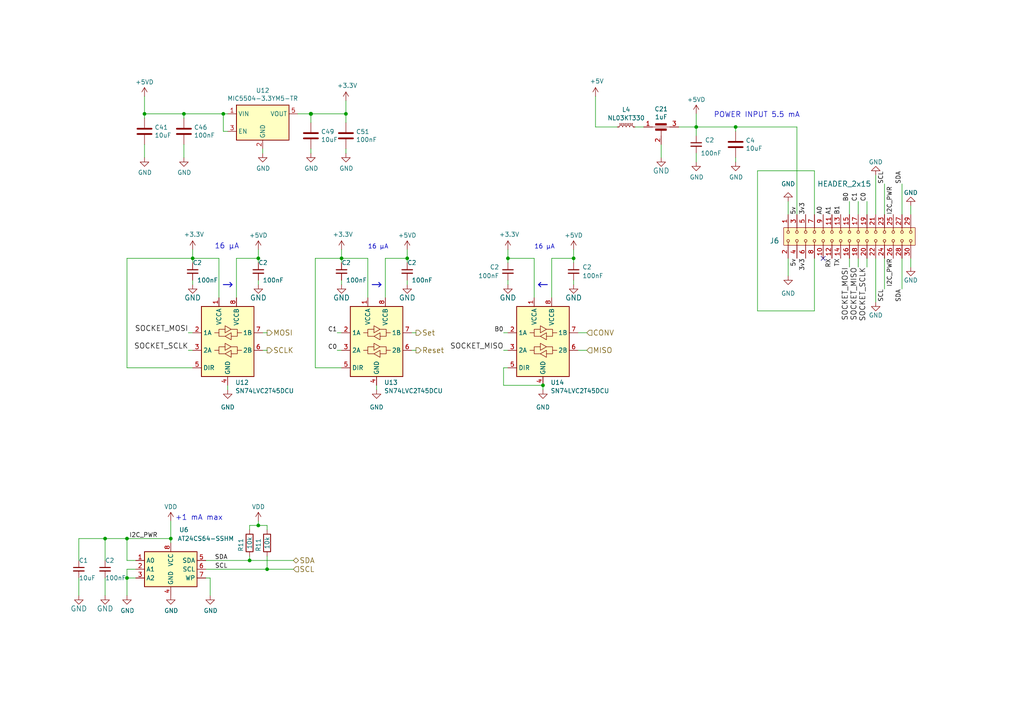
<source format=kicad_sch>
(kicad_sch (version 20230121) (generator eeschema)
  (paper "A4")
  (title_block (title "USTSIPIN03A") (date "2023-10-23") (company "Jakub Kákona <info@ust.cz>") (comment 2 "Semiconductor\\nionizing radiation detector"))
  (lib_symbols
    (symbol "Device:C" (pin_numbers hide) (pin_names (offset 0.254))
      (property "Reference" "C" (at 0.635 2.54 0))
      (property "Value" "C" (at 0.635 -2.54 0))
      (symbol "C_0_1"
        (polyline (pts (xy -2.032 -0.762) (xy 2.032 -0.762)) (stroke (width 0.508)))
        (polyline (pts (xy -2.032 0.762) (xy 2.032 0.762)) (stroke (width 0.508)))
      )
      (symbol "C_1_1"
        (pin passive line (at 0 3.81 270) (length 2.794) (name "~") (number "1"))
        (pin passive line (at 0 -3.81 90) (length 2.794) (name "~") (number "2"))
      )
    )
    (symbol "Device:C_Small" (pin_numbers hide) (pin_names (offset 0.254) hide)
      (property "Reference" "C" (at 0.254 1.778 0))
      (property "Value" "C_Small" (at 0.254 -2.032 0))
      (symbol "C_Small_0_1"
        (polyline (pts (xy -1.524 -0.508) (xy 1.524 -0.508)) (stroke (width 0.3302)))
        (polyline (pts (xy -1.524 0.508) (xy 1.524 0.508)) (stroke (width 0.3048)))
      )
      (symbol "C_Small_1_1"
        (pin passive line (at 0 2.54 270) (length 2.032) (name "~") (number "1"))
        (pin passive line (at 0 -2.54 90) (length 2.032) (name "~") (number "2"))
      )
    )
    (symbol "Device:Filter_EMI_C" (pin_names (offset 0.254) hide)
      (property "Reference" "C" (at 0 7.62 0))
      (property "Value" "Filter_EMI_C" (at 0 5.715 0))
      (symbol "Filter_EMI_C_0_1"
        (rectangle (start -1.651 1.524) (end 1.524 2.032) (fill (type outline)))
        (polyline (pts (xy -2.54 2.54) (xy 2.54 2.54)))
        (polyline (pts (xy 0 0) (xy 0 1.778)))
        (rectangle (start 1.524 3.048) (end -1.651 3.556) (fill (type outline)))
      )
      (symbol "Filter_EMI_C_1_1"
        (pin passive line (at -5.08 2.54 0) (length 2.54) (name "1") (number "1"))
        (pin passive line (at 0 -2.54 90) (length 2.54) (name "2") (number "2"))
        (pin passive line (at 5.08 2.54 180) (length 2.54) (name "3") (number "3"))
      )
    )
    (symbol "Device:L_Ferrite_Small" (pin_numbers hide) (pin_names (offset 0.254) hide)
      (property "Reference" "L" (at 1.27 1.016 0))
      (property "Value" "L_Ferrite_Small" (at 1.27 -1.27 0))
      (symbol "L_Ferrite_Small_0_1"
        (arc (start 0 -2.032) (mid 0.5058 -1.524) (end 0 -1.016))
        (arc (start 0 -1.016) (mid 0.5058 -0.508) (end 0 0))
        (polyline (pts (xy 0.762 -1.905) (xy 0.762 -1.651)))
        (polyline (pts (xy 0.762 -1.397) (xy 0.762 -1.143)))
        (polyline (pts (xy 0.762 -0.889) (xy 0.762 -0.635)))
        (polyline (pts (xy 0.762 -0.381) (xy 0.762 -0.127)))
        (polyline (pts (xy 0.762 0.127) (xy 0.762 0.381)))
        (polyline (pts (xy 0.762 0.635) (xy 0.762 0.889)))
        (polyline (pts (xy 0.762 1.143) (xy 0.762 1.397)))
        (polyline (pts (xy 0.762 1.651) (xy 0.762 1.905)))
        (polyline (pts (xy 1.016 -1.651) (xy 1.016 -1.905)))
        (polyline (pts (xy 1.016 -1.143) (xy 1.016 -1.397)))
        (polyline (pts (xy 1.016 -0.635) (xy 1.016 -0.889)))
        (polyline (pts (xy 1.016 -0.127) (xy 1.016 -0.381)))
        (polyline (pts (xy 1.016 0.381) (xy 1.016 0.127)))
        (polyline (pts (xy 1.016 0.889) (xy 1.016 0.635)))
        (polyline (pts (xy 1.016 1.397) (xy 1.016 1.143)))
        (polyline (pts (xy 1.016 1.905) (xy 1.016 1.651)))
        (arc (start 0 0) (mid 0.5058 0.508) (end 0 1.016))
        (arc (start 0 1.016) (mid 0.5058 1.524) (end 0 2.032))
      )
      (symbol "L_Ferrite_Small_1_1"
        (pin passive line (at 0 2.54 270) (length 0.508) (name "~") (number "1"))
        (pin passive line (at 0 -2.54 90) (length 0.508) (name "~") (number "2"))
      )
    )
    (symbol "Device:R" (pin_numbers hide) (pin_names (offset 0))
      (property "Reference" "R" (at 2.032 0 90))
      (property "Value" "R" (at 0 0 90))
      (symbol "R_0_1"
        (rectangle (start -1.016 -2.54) (end 1.016 2.54) (stroke (width 0.254)))
      )
      (symbol "R_1_1"
        (pin passive line (at 0 3.81 270) (length 1.27) (name "~") (number "1"))
        (pin passive line (at 0 -3.81 90) (length 1.27) (name "~") (number "2"))
      )
    )
    (symbol "Logic_LevelTranslator:74LVC2T45DC"
      (property "Reference" "U" (at 6.35 -11.43 0))
      (property "Value" "74LVC2T45DC" (at 10.16 11.43 0))
      (symbol "74LVC2T45DC_1_1"
        (rectangle (start -7.62 10.16) (end 7.62 -10.16) (stroke (width 0.254)) (fill (type background)))
        (polyline (pts (xy -2.54 -2.54) (xy -2.54 -1.524) (xy -0.762 -1.524)))
        (polyline (pts (xy -2.54 2.54) (xy -2.54 3.556) (xy -0.762 3.556)))
        (polyline (pts (xy 2.794 -2.54) (xy 2.794 -3.556) (xy 1.016 -3.556)))
        (polyline (pts (xy 2.794 2.54) (xy 2.794 1.524) (xy 1.016 1.524)))
        (polyline (pts (xy -0.762 -3.556) (xy -2.54 -3.556) (xy -2.54 -2.54) (xy -3.81 -2.54)))
        (polyline (pts (xy -0.762 -2.54) (xy -0.762 -0.508) (xy 1.016 -1.524) (xy -0.762 -2.54)))
        (polyline (pts (xy -0.762 1.524) (xy -2.54 1.524) (xy -2.54 2.54) (xy -3.81 2.54)))
        (polyline (pts (xy -0.762 2.54) (xy -0.762 4.572) (xy 1.016 3.556) (xy -0.762 2.54)))
        (polyline (pts (xy 1.016 -1.524) (xy 2.794 -1.524) (xy 2.794 -2.54) (xy 4.064 -2.54)))
        (polyline (pts (xy 1.016 3.556) (xy 2.794 3.556) (xy 2.794 2.54) (xy 4.064 2.54)))
        (polyline (pts (xy 1.016 -2.54) (xy 1.016 -4.318) (xy 1.016 -4.572) (xy -0.762 -3.556) (xy 1.016 -2.54)))
        (polyline (pts (xy 1.016 2.54) (xy 1.016 0.762) (xy 1.016 0.508) (xy -0.762 1.524) (xy 1.016 2.54)))
        (pin power_in line (at -2.54 12.7 270) (length 2.54) (name "VCCA") (number "1"))
        (pin bidirectional line (at -10.16 2.54 0) (length 2.54) (name "1A") (number "2"))
        (pin bidirectional line (at -10.16 -2.54 0) (length 2.54) (name "2A") (number "3"))
        (pin power_in line (at 0 -12.7 90) (length 2.54) (name "GND") (number "4"))
        (pin input line (at -10.16 -7.62 0) (length 2.54) (name "DIR") (number "5"))
        (pin bidirectional line (at 10.16 -2.54 180) (length 2.54) (name "2B") (number "6"))
        (pin bidirectional line (at 10.16 2.54 180) (length 2.54) (name "1B") (number "7"))
        (pin power_in line (at 2.54 12.7 270) (length 2.54) (name "VCCB") (number "8"))
      )
    )
    (symbol "MLAB_HEADER:HEADER_2x15" (pin_names (offset 1.016))
      (property "Reference" "J" (at 0 -20.32 0))
      (property "Value" "HEADER_2x15" (at 0 20.32 0))
      (symbol "HEADER_2x15_0_1"
        (rectangle (start -2.54 19.05) (end 2.54 -19.05) (fill (type background)))
        (circle (center -1.27 -17.78) (radius 0.381))
        (circle (center -1.27 -15.24) (radius 0.381))
        (circle (center -1.27 -12.7) (radius 0.381))
        (circle (center -1.27 -10.16) (radius 0.381))
        (circle (center -1.27 -7.62) (radius 0.381))
        (circle (center -1.27 -5.08) (radius 0.381))
        (circle (center -1.27 -2.54) (radius 0.381))
        (circle (center -1.27 0) (radius 0.381))
        (circle (center -1.27 2.54) (radius 0.381))
        (circle (center -1.27 5.08) (radius 0.381))
        (circle (center -1.27 7.62) (radius 0.381))
        (circle (center -1.27 10.16) (radius 0.381))
        (circle (center -1.27 12.7) (radius 0.381))
        (circle (center -1.27 15.24) (radius 0.381))
        (circle (center -1.27 17.78) (radius 0.381))
        (polyline (pts (xy -1.651 -17.78) (xy -2.54 -17.78)))
        (polyline (pts (xy -1.651 -15.24) (xy -2.54 -15.24)))
        (polyline (pts (xy -1.651 -12.7) (xy -2.54 -12.7)))
        (polyline (pts (xy -1.651 -10.16) (xy -2.54 -10.16)))
        (polyline (pts (xy -1.651 -7.62) (xy -2.54 -7.62)))
        (polyline (pts (xy -1.651 -5.08) (xy -2.54 -5.08)))
        (polyline (pts (xy -1.651 -2.54) (xy -2.54 -2.54)))
        (polyline (pts (xy -1.651 0) (xy -2.54 0)))
        (polyline (pts (xy -1.651 2.54) (xy -2.54 2.54)))
        (polyline (pts (xy -1.651 5.08) (xy -2.54 5.08)))
        (polyline (pts (xy -1.651 7.62) (xy -2.54 7.62)))
        (polyline (pts (xy -1.651 10.16) (xy -2.54 10.16)))
        (polyline (pts (xy -1.651 12.7) (xy -2.54 12.7)))
        (polyline (pts (xy -1.651 15.24) (xy -2.54 15.24)))
        (polyline (pts (xy -1.651 17.78) (xy -2.54 17.78)))
        (polyline (pts (xy 1.651 -17.78) (xy 2.54 -17.78)))
        (polyline (pts (xy 1.651 -15.24) (xy 2.54 -15.24)))
        (polyline (pts (xy 1.651 -12.7) (xy 2.54 -12.7)))
        (polyline (pts (xy 1.651 -10.16) (xy 2.54 -10.16)))
        (polyline (pts (xy 1.651 -7.62) (xy 2.54 -7.62)))
        (polyline (pts (xy 1.651 -5.08) (xy 2.54 -5.08)))
        (polyline (pts (xy 1.651 -2.54) (xy 2.54 -2.54)))
        (polyline (pts (xy 1.651 0) (xy 2.54 0)))
        (polyline (pts (xy 1.651 2.54) (xy 2.54 2.54)))
        (polyline (pts (xy 1.651 5.08) (xy 2.54 5.08)))
        (polyline (pts (xy 1.651 7.62) (xy 2.54 7.62)))
        (polyline (pts (xy 1.651 10.16) (xy 2.54 10.16)))
        (polyline (pts (xy 1.651 12.7) (xy 2.54 12.7)))
        (polyline (pts (xy 1.651 15.24) (xy 2.54 15.24)))
        (polyline (pts (xy 1.651 17.78) (xy 2.54 17.78)))
        (circle (center 1.27 -17.78) (radius 0.381))
        (circle (center 1.27 -15.24) (radius 0.381))
        (circle (center 1.27 -12.7) (radius 0.381))
        (circle (center 1.27 -10.16) (radius 0.381))
        (circle (center 1.27 -7.62) (radius 0.381))
        (circle (center 1.27 -5.08) (radius 0.381))
        (circle (center 1.27 -2.54) (radius 0.381))
        (circle (center 1.27 0) (radius 0.381))
        (circle (center 1.27 2.54) (radius 0.381))
        (circle (center 1.27 5.08) (radius 0.381))
        (circle (center 1.27 7.62) (radius 0.381))
        (circle (center 1.27 10.16) (radius 0.381))
        (circle (center 1.27 12.7) (radius 0.381))
        (circle (center 1.27 15.24) (radius 0.381))
        (circle (center 1.27 17.78) (radius 0.381))
      )
      (symbol "HEADER_2x15_1_1"
        (pin input line (at -6.35 17.78 0) (length 3.81) (name "~") (number "1"))
        (pin input line (at 6.35 7.62 180) (length 3.81) (name "~") (number "10"))
        (pin input line (at -6.35 5.08 0) (length 3.81) (name "~") (number "11"))
        (pin input line (at 6.35 5.08 180) (length 3.81) (name "~") (number "12"))
        (pin input line (at -6.35 2.54 0) (length 3.81) (name "~") (number "13"))
        (pin input line (at 6.35 2.54 180) (length 3.81) (name "~") (number "14"))
        (pin input line (at -6.35 0 0) (length 3.81) (name "~") (number "15"))
        (pin input line (at 6.35 0 180) (length 3.81) (name "~") (number "16"))
        (pin input line (at -6.35 -2.54 0) (length 3.81) (name "~") (number "17"))
        (pin input line (at 6.35 -2.54 180) (length 3.81) (name "~") (number "18"))
        (pin input line (at -6.35 -5.08 0) (length 3.81) (name "~") (number "19"))
        (pin input line (at 6.35 17.78 180) (length 3.81) (name "~") (number "2"))
        (pin input line (at 6.35 -5.08 180) (length 3.81) (name "~") (number "20"))
        (pin input line (at -6.35 -7.62 0) (length 3.81) (name "~") (number "21"))
        (pin input line (at 6.35 -7.62 180) (length 3.81) (name "~") (number "22"))
        (pin input line (at -6.35 -10.16 0) (length 3.81) (name "~") (number "23"))
        (pin input line (at 6.35 -10.16 180) (length 3.81) (name "~") (number "24"))
        (pin input line (at -6.35 -12.7 0) (length 3.81) (name "~") (number "25"))
        (pin input line (at 6.35 -12.7 180) (length 3.81) (name "~") (number "26"))
        (pin input line (at -6.35 -15.24 0) (length 3.81) (name "~") (number "27"))
        (pin input line (at 6.35 -15.24 180) (length 3.81) (name "~") (number "28"))
        (pin input line (at -6.35 -17.78 0) (length 3.81) (name "~") (number "29"))
        (pin input line (at -6.35 15.24 0) (length 3.81) (name "~") (number "3"))
        (pin input line (at 6.35 -17.78 180) (length 3.81) (name "~") (number "30"))
        (pin input line (at 6.35 15.24 180) (length 3.81) (name "~") (number "4"))
        (pin input line (at -6.35 12.7 0) (length 3.81) (name "~") (number "5"))
        (pin input line (at 6.35 12.7 180) (length 3.81) (name "~") (number "6"))
        (pin input line (at -6.35 10.16 0) (length 3.81) (name "~") (number "7"))
        (pin input line (at 6.35 10.16 180) (length 3.81) (name "~") (number "8"))
        (pin input line (at -6.35 7.62 0) (length 3.81) (name "~") (number "9"))
      )
    )
    (symbol "Memory_EEPROM:AT24CS64-SSHM"
      (property "Reference" "U" (at -7.62 6.35 0))
      (property "Value" "AT24CS64-SSHM" (at 2.54 -6.35 0))
      (symbol "AT24CS64-SSHM_1_1"
        (rectangle (start -7.62 5.08) (end 7.62 -5.08) (stroke (width 0.254)) (fill (type background)))
        (pin input line (at -10.16 2.54 0) (length 2.54) (name "A0") (number "1"))
        (pin input line (at -10.16 0 0) (length 2.54) (name "A1") (number "2"))
        (pin input line (at -10.16 -2.54 0) (length 2.54) (name "A2") (number "3"))
        (pin power_in line (at 0 -7.62 90) (length 2.54) (name "GND") (number "4"))
        (pin bidirectional line (at 10.16 2.54 180) (length 2.54) (name "SDA") (number "5"))
        (pin input line (at 10.16 0 180) (length 2.54) (name "SCL") (number "6"))
        (pin input line (at 10.16 -2.54 180) (length 2.54) (name "WP") (number "7"))
        (pin power_in line (at 0 7.62 270) (length 2.54) (name "VCC") (number "8"))
      )
    )
    (symbol "Regulator_Linear:MIC5504-3.3YM5"
      (property "Reference" "U" (at -7.62 8.89 0))
      (property "Value" "MIC5504-3.3YM5" (at -7.62 6.35 0))
      (symbol "MIC5504-3.3YM5_0_1"
        (rectangle (start -7.62 -5.08) (end 7.62 5.08) (stroke (width 0.254)) (fill (type background)))
      )
      (symbol "MIC5504-3.3YM5_1_1"
        (pin power_in line (at -10.16 2.54 0) (length 2.54) (name "VIN") (number "1"))
        (pin power_in line (at 0 -7.62 90) (length 2.54) (name "GND") (number "2"))
        (pin input line (at -10.16 -2.54 0) (length 2.54) (name "EN") (number "3"))
        (pin no_connect line (at 7.62 -2.54 180) (length 2.54) hide (name "NC") (number "4"))
        (pin power_out line (at 10.16 2.54 180) (length 2.54) (name "VOUT") (number "5"))
      )
    )
    (symbol "power:+3.3V" (power) (pin_names (offset 0))
      (property "Value" "+3.3V" (at 0 3.556 0))
      (symbol "+3.3V_0_1"
        (polyline (pts (xy -0.762 1.27) (xy 0 2.54)))
        (polyline (pts (xy 0 0) (xy 0 2.54)))
        (polyline (pts (xy 0 2.54) (xy 0.762 1.27)))
      )
      (symbol "+3.3V_1_1"
        (pin power_in line (at 0 0 90) (length 0) hide (name "+3.3V") (number "1"))
      )
    )
    (symbol "power:+5V" (power) (pin_names (offset 0))
      (property "Value" "+5V" (at 0 3.556 0))
      (symbol "+5V_0_1"
        (polyline (pts (xy -0.762 1.27) (xy 0 2.54)))
        (polyline (pts (xy 0 0) (xy 0 2.54)))
        (polyline (pts (xy 0 2.54) (xy 0.762 1.27)))
      )
      (symbol "+5V_1_1"
        (pin power_in line (at 0 0 90) (length 0) hide (name "+5V") (number "1"))
      )
    )
    (symbol "power:+5VD" (power) (pin_names (offset 0))
      (property "Value" "+5VD" (at 0 3.556 0))
      (symbol "+5VD_0_1"
        (polyline (pts (xy -0.762 1.27) (xy 0 2.54)))
        (polyline (pts (xy 0 0) (xy 0 2.54)))
        (polyline (pts (xy 0 2.54) (xy 0.762 1.27)))
      )
      (symbol "+5VD_1_1"
        (pin power_in line (at 0 0 90) (length 0) hide (name "+5VD") (number "1"))
      )
    )
    (symbol "power:GND" (power) (pin_names (offset 0))
      (property "Value" "GND" (at 0 -3.81 0))
      (symbol "GND_0_1"
        (polyline (pts (xy 0 0) (xy 0 -1.27) (xy 1.27 -1.27) (xy 0 -2.54) (xy -1.27 -1.27) (xy 0 -1.27)))
      )
      (symbol "GND_1_1"
        (pin power_in line (at 0 0 270) (length 0) hide (name "GND") (number "1"))
      )
    )
    (symbol "power:VDD" (power) (pin_names (offset 0))
      (property "Value" "VDD" (at 0 3.81 0))
      (symbol "VDD_0_1"
        (polyline (pts (xy -0.762 1.27) (xy 0 2.54)))
        (polyline (pts (xy 0 0) (xy 0 2.54)))
        (polyline (pts (xy 0 2.54) (xy 0.762 1.27)))
      )
      (symbol "VDD_1_1"
        (pin power_in line (at 0 0 90) (length 0) hide (name "VDD") (number "1"))
      )
    )
  )
  (junction (at 49.53 156.21))
  (junction (at 36.83 156.21))
  (junction (at 100.33 33.02))
  (junction (at 74.93 152.4))
  (junction (at 77.47 165.1))
  (junction (at 55.88 74.93))
  (junction (at 99.06 74.93))
  (junction (at 36.83 167.64))
  (junction (at 157.48 111.76))
  (junction (at 74.93 74.93))
  (junction (at 53.34 33.02))
  (junction (at 166.37 74.93))
  (junction (at 30.48 156.21))
  (junction (at 72.39 162.56))
  (junction (at 64.77 33.02))
  (junction (at 118.11 74.93))
  (junction (at 213.36 36.83))
  (junction (at 41.91 33.02))
  (junction (at 90.17 33.02) (diameter 1.016))
  (junction (at 201.93 36.83))
  (junction (at 147.32 74.93))
  (no_connect (at 238.76 74.93))
  (polyline (pts (xy 64.77 82.55) (xy 67.31 82.55)) (stroke (width 0.254)))
  (wire (pts (xy 196.85 36.83) (xy 201.93 36.83)))
  (wire (pts (xy 30.48 167.64) (xy 30.48 172.72)))
  (wire (pts (xy 77.47 161.29) (xy 77.47 165.1)))
  (wire (pts (xy 72.39 161.29) (xy 72.39 162.56)))
  (wire (pts (xy 77.47 152.4) (xy 74.93 152.4)))
  (wire (pts (xy 66.04 38.1) (xy 64.77 38.1)))
  (wire (pts (xy 228.6 58.42) (xy 228.6 62.23)))
  (polyline (pts (xy 156.845 81.915) (xy 156.21 82.55)) (stroke (width 0.254)))
  (wire (pts (xy 36.83 162.56) (xy 39.37 162.56)))
  (wire (pts (xy 99.06 74.93) (xy 106.68 74.93)))
  (wire (pts (xy 231.14 36.83) (xy 231.14 62.23)))
  (wire (pts (xy 251.46 74.93) (xy 251.46 77.47)))
  (wire (pts (xy 55.88 76.2) (xy 55.88 74.93)))
  (wire (pts (xy 76.2 101.6) (xy 77.47 101.6)))
  (wire (pts (xy 39.37 167.64) (xy 36.83 167.64)))
  (wire (pts (xy 172.72 36.83) (xy 179.07 36.83)))
  (wire (pts (xy 219.71 90.17) (xy 236.22 90.17)))
  (wire (pts (xy 66.04 111.76) (xy 66.04 113.03)))
  (wire (pts (xy 160.02 74.93) (xy 160.02 86.36)))
  (wire (pts (xy 64.77 38.1) (xy 64.77 33.02)))
  (wire (pts (xy 157.48 111.76) (xy 157.48 113.03)))
  (wire (pts (xy 30.48 156.21) (xy 30.48 162.56)))
  (wire (pts (xy 120.65 101.6) (xy 119.38 101.6)))
  (wire (pts (xy 236.22 49.53) (xy 219.71 49.53)))
  (wire (pts (xy 254 87.63) (xy 254 74.93)))
  (wire (pts (xy 201.93 33.02) (xy 201.93 36.83)))
  (wire (pts (xy 147.32 74.93) (xy 154.94 74.93)))
  (wire (pts (xy 166.37 72.39) (xy 166.37 74.93)))
  (wire (pts (xy 191.77 45.72) (xy 191.77 41.91)))
  (wire (pts (xy 248.92 74.93) (xy 248.92 77.47)))
  (wire (pts (xy 86.36 33.02) (xy 90.17 33.02)))
  (wire (pts (xy 184.15 36.83) (xy 186.69 36.83)))
  (wire (pts (xy 22.86 167.64) (xy 22.86 172.72)))
  (wire (pts (xy 256.54 53.34) (xy 256.54 62.23)))
  (wire (pts (xy 264.16 77.47) (xy 264.16 74.93)))
  (wire (pts (xy 172.72 27.94) (xy 172.72 36.83)))
  (wire (pts (xy 219.71 49.53) (xy 219.71 90.17)))
  (wire (pts (xy 256.54 83.82) (xy 256.54 74.93)))
  (wire (pts (xy 55.88 106.68) (xy 36.83 106.68)))
  (wire (pts (xy 264.16 59.69) (xy 264.16 62.23)))
  (wire (pts (xy 99.06 72.39) (xy 99.06 74.93)))
  (wire (pts (xy 213.36 46.99) (xy 213.36 45.72)))
  (wire (pts (xy 36.83 156.21) (xy 49.53 156.21)))
  (wire (pts (xy 170.18 101.6) (xy 167.64 101.6)))
  (wire (pts (xy 166.37 76.2) (xy 166.37 74.93)))
  (wire (pts (xy 36.83 106.68) (xy 36.83 74.93)))
  (wire (pts (xy 39.37 165.1) (xy 36.83 165.1)))
  (wire (pts (xy 213.36 36.83) (xy 231.14 36.83)))
  (wire (pts (xy 246.38 74.93) (xy 246.38 77.47)))
  (wire (pts (xy 36.83 165.1) (xy 36.83 167.64)))
  (polyline (pts (xy 107.95 82.55) (xy 110.49 82.55)) (stroke (width 0.254)))
  (wire (pts (xy 63.5 74.93) (xy 63.5 86.36)))
  (polyline (pts (xy 66.675 81.915) (xy 67.31 82.55)) (stroke (width 0.254)))
  (wire (pts (xy 64.77 33.02) (xy 53.34 33.02)))
  (wire (pts (xy 36.83 167.64) (xy 36.83 172.72)))
  (wire (pts (xy 36.83 162.56) (xy 36.83 156.21)))
  (wire (pts (xy 59.69 167.64) (xy 60.96 167.64)))
  (wire (pts (xy 77.47 153.67) (xy 77.47 152.4)))
  (wire (pts (xy 41.91 41.91) (xy 41.91 45.72)))
  (wire (pts (xy 72.39 152.4) (xy 72.39 153.67)))
  (polyline (pts (xy 156.845 83.185) (xy 156.21 82.55)) (stroke (width 0.254)))
  (wire (pts (xy 91.44 74.93) (xy 99.06 74.93)))
  (wire (pts (xy 146.05 111.76) (xy 157.48 111.76)))
  (wire (pts (xy 77.47 96.52) (xy 76.2 96.52)))
  (wire (pts (xy 55.88 81.28) (xy 55.88 82.55)))
  (wire (pts (xy 74.93 72.39) (xy 74.93 74.93)))
  (wire (pts (xy 97.79 96.52) (xy 99.06 96.52)))
  (wire (pts (xy 261.62 74.93) (xy 261.62 83.82)))
  (wire (pts (xy 146.05 106.68) (xy 146.05 111.76)))
  (wire (pts (xy 74.93 76.2) (xy 74.93 74.93)))
  (wire (pts (xy 254 50.8) (xy 254 62.23)))
  (wire (pts (xy 146.05 96.52) (xy 147.32 96.52)))
  (wire (pts (xy 22.86 156.21) (xy 22.86 162.56)))
  (wire (pts (xy 118.11 72.39) (xy 118.11 74.93)))
  (wire (pts (xy 146.05 101.6) (xy 147.32 101.6)))
  (wire (pts (xy 248.92 58.42) (xy 248.92 62.23)))
  (wire (pts (xy 91.44 106.68) (xy 91.44 74.93)))
  (wire (pts (xy 59.69 162.56) (xy 72.39 162.56)))
  (wire (pts (xy 228.6 80.01) (xy 228.6 74.93)))
  (wire (pts (xy 36.83 74.93) (xy 55.88 74.93)))
  (wire (pts (xy 109.22 111.76) (xy 109.22 113.03)))
  (wire (pts (xy 170.18 96.52) (xy 167.64 96.52)))
  (wire (pts (xy 77.47 165.1) (xy 85.09 165.1)))
  (wire (pts (xy 90.17 33.02) (xy 90.17 35.56)))
  (wire (pts (xy 54.61 101.6) (xy 55.88 101.6)))
  (wire (pts (xy 97.79 101.6) (xy 99.06 101.6)))
  (wire (pts (xy 99.06 81.28) (xy 99.06 82.55)))
  (wire (pts (xy 90.17 43.18) (xy 90.17 44.45)))
  (wire (pts (xy 55.88 74.93) (xy 63.5 74.93)))
  (wire (pts (xy 201.93 44.45) (xy 201.93 46.99)))
  (wire (pts (xy 59.69 165.1) (xy 77.47 165.1)))
  (wire (pts (xy 99.06 106.68) (xy 91.44 106.68)))
  (wire (pts (xy 99.06 76.2) (xy 99.06 74.93)))
  (wire (pts (xy 90.17 33.02) (xy 100.33 33.02)))
  (wire (pts (xy 154.94 74.93) (xy 154.94 86.36)))
  (wire (pts (xy 76.2 43.18) (xy 76.2 44.45)))
  (wire (pts (xy 60.96 167.64) (xy 60.96 172.72)))
  (wire (pts (xy 22.86 156.21) (xy 30.48 156.21)))
  (wire (pts (xy 106.68 74.93) (xy 106.68 86.36)))
  (wire (pts (xy 55.88 72.39) (xy 55.88 74.93)))
  (wire (pts (xy 166.37 81.28) (xy 166.37 82.55)))
  (wire (pts (xy 49.53 151.13) (xy 49.53 156.21)))
  (wire (pts (xy 147.32 72.39) (xy 147.32 74.93)))
  (polyline (pts (xy 66.675 83.185) (xy 67.31 82.55)) (stroke (width 0.254)))
  (wire (pts (xy 213.36 36.83) (xy 201.93 36.83)))
  (wire (pts (xy 236.22 49.53) (xy 236.22 62.23)))
  (wire (pts (xy 74.93 81.28) (xy 74.93 82.55)))
  (wire (pts (xy 49.53 156.21) (xy 49.53 157.48)))
  (wire (pts (xy 54.61 96.52) (xy 55.88 96.52)))
  (wire (pts (xy 41.91 33.02) (xy 53.34 33.02)))
  (wire (pts (xy 100.33 35.56) (xy 100.33 33.02)))
  (polyline (pts (xy 158.75 82.55) (xy 156.21 82.55)) (stroke (width 0.254)))
  (wire (pts (xy 118.11 81.28) (xy 118.11 82.55)))
  (wire (pts (xy 111.76 74.93) (xy 111.76 86.36)))
  (wire (pts (xy 72.39 162.56) (xy 85.09 162.56)))
  (wire (pts (xy 118.11 76.2) (xy 118.11 74.93)))
  (wire (pts (xy 246.38 58.42) (xy 246.38 62.23)))
  (wire (pts (xy 118.11 74.93) (xy 111.76 74.93)))
  (wire (pts (xy 213.36 38.1) (xy 213.36 36.83)))
  (wire (pts (xy 120.65 96.52) (xy 119.38 96.52)))
  (wire (pts (xy 64.77 33.02) (xy 66.04 33.02)))
  (wire (pts (xy 74.93 151.13) (xy 74.93 152.4)))
  (wire (pts (xy 74.93 74.93) (xy 68.58 74.93)))
  (wire (pts (xy 100.33 43.18) (xy 100.33 44.45)))
  (wire (pts (xy 74.93 152.4) (xy 72.39 152.4)))
  (wire (pts (xy 53.34 33.02) (xy 53.34 34.29)))
  (wire (pts (xy 53.34 41.91) (xy 53.34 45.72)))
  (polyline (pts (xy 109.855 83.185) (xy 110.49 82.55)) (stroke (width 0.254)))
  (wire (pts (xy 146.05 106.68) (xy 147.32 106.68)))
  (wire (pts (xy 236.22 90.17) (xy 236.22 74.93)))
  (wire (pts (xy 147.32 76.2) (xy 147.32 74.93)))
  (polyline (pts (xy 109.855 81.915) (xy 110.49 82.55)) (stroke (width 0.254)))
  (wire (pts (xy 261.62 53.34) (xy 261.62 62.23)))
  (wire (pts (xy 100.33 29.21) (xy 100.33 33.02)))
  (wire (pts (xy 41.91 33.02) (xy 41.91 34.29)))
  (wire (pts (xy 147.32 81.28) (xy 147.32 82.55)))
  (wire (pts (xy 201.93 36.83) (xy 201.93 39.37)))
  (wire (pts (xy 68.58 74.93) (xy 68.58 86.36)))
  (wire (pts (xy 30.48 156.21) (xy 36.83 156.21)))
  (wire (pts (xy 41.91 27.94) (xy 41.91 33.02)))
  (wire (pts (xy 166.37 74.93) (xy 160.02 74.93)))
  (wire (pts (xy 251.46 58.42) (xy 251.46 62.23)))
  (text "+1 mA max" (at 50.8 151.13 0) (effects (font (size 1.524 1.524)) (justify left bottom)))
  (text "16 μA" (at 154.94 72.39 0) (effects (font (size 1.27 1.27)) (justify left bottom)))
  (text "16 μA" (at 62.23 72.39 0) (effects (font (size 1.524 1.524)) (justify left bottom)))
  (text "POWER INPUT 5.5 mA " (at 207.01 34.29 0) (effects (font (size 1.524 1.524)) (justify left bottom)))
  (text "16 μA" (at 106.68 72.39 0) (effects (font (size 1.27 1.27)) (justify left bottom)))
  (label "RX" (at 241.3 74.93 270))
  (label "C0" (at 97.79 101.6 180))
  (label "SOCKET_MOSI" (at 54.61 96.52 180) (effects (font (size 1.524 1.524))))
  (label "SOCKET_MOSI" (at 246.38 77.47 270) (effects (font (size 1.524 1.524))))
  (label "B0" (at 246.38 58.42 90))
  (label "B0" (at 146.05 96.52 180))
  (label "A1" (at 241.3 62.23 90))
  (label "C1" (at 248.92 58.42 90))
  (label "I2C_PWR" (at 259.08 62.23 90))
  (label "I2C_PWR" (at 259.08 74.93 270))
  (label "5v" (at 231.14 62.23 90))
  (label "SCL" (at 66.04 165.1 180))
  (label "3v3" (at 233.68 74.93 270))
  (label "SCL" (at 256.54 83.82 270))
  (label "SDA" (at 261.62 53.34 90))
  (label "C1" (at 97.79 96.52 180))
  (label "SOCKET_SCLK" (at 251.46 77.47 270) (effects (font (size 1.524 1.524))))
  (label "SOCKET_SCLK" (at 54.61 101.6 180) (effects (font (size 1.524 1.524))))
  (label "TX" (at 243.84 74.93 270))
  (label "SCL" (at 256.54 53.34 90))
  (label "SDA" (at 66.04 162.56 180))
  (label "B1" (at 243.84 62.23 90))
  (label "I2C_PWR" (at 45.72 156.21 180))
  (label "SOCKET_MISO" (at 146.05 101.6 180) (effects (font (size 1.524 1.524))))
  (label "C0" (at 251.46 58.42 90))
  (label "A0" (at 238.76 62.23 90))
  (label "5v" (at 231.14 74.93 270))
  (label "3v3" (at 233.68 62.23 90))
  (label "SDA" (at 261.62 83.82 270))
  (label "SOCKET_MISO" (at 248.92 77.47 270) (effects (font (size 1.524 1.524))))
  (hierarchical_label "Reset" (shape output) (at 120.65 101.6 0) (effects (font (size 1.524 1.524))))
  (hierarchical_label "SCL" (shape input) (at 85.09 165.1 0) (effects (font (size 1.524 1.524))))
  (hierarchical_label "MISO" (shape input) (at 170.18 101.6 0) (effects (font (size 1.524 1.524))))
  (hierarchical_label "MOSI" (shape output) (at 77.47 96.52 0) (effects (font (size 1.524 1.524))))
  (hierarchical_label "SDA" (shape bidirectional) (at 85.09 162.56 0) (effects (font (size 1.524 1.524))))
  (hierarchical_label "CONV" (shape input) (at 170.18 96.52 0) (effects (font (size 1.524 1.524))))
  (hierarchical_label "SCLK" (shape output) (at 77.47 101.6 0) (effects (font (size 1.524 1.524))))
  (hierarchical_label "Set" (shape output) (at 120.65 96.52 0) (effects (font (size 1.524 1.524))))
  (symbol (lib_id "power:+3.3V") (at 55.88 72.39 0) (unit 1)
    (property "Reference" "#PWR0106" (effects hide))
    (property "Value" "+3.3V" (at 56.261 67.9958 0))
    (instances (project "USTSIPIN02" (path "" (reference "#PWR0106") (unit 1))) (project "USTSIPIN03" (path "" (reference "#PWR096") (unit 1))))
  )
  (symbol (lib_id "power:+3.3V") (at 147.32 72.39 0) (unit 1)
    (property "Reference" "#PWR0106" (effects hide))
    (property "Value" "+3.3V" (at 147.701 67.9958 0))
    (instances (project "USTSIPIN02" (path "" (reference "#PWR0106") (unit 1))) (project "USTSIPIN03" (path "" (reference "#PWR092") (unit 1))))
  )
  (symbol (lib_id "Device:L_Ferrite_Small") (at 181.61 36.83 90) (unit 1)
    (property "Reference" "L4" (at 181.61 31.7967 90))
    (property "Value" "NL03KT330" (at 181.61 34.2209 90))
    (property "Footprint" "Inductor_SMD:L_0603_1608Metric_Pad1.05x0.95mm_HandSolder" (effects hide))
    (property "UST_ID" "64fe1808f3b9d36f37fc944d" (effects hide))
    (instances (project "USTSIPIN02" (path "" (reference "L4") (unit 1))) (project "PIND02" (path "" (reference "L1") (unit 1))) (project "USTSIPIN03" (path "" (reference "L2") (unit 1)) (path "" (reference "L1") (unit 1))))
  )
  (symbol (lib_id "power:GND") (at 228.6 58.42 180) (unit 1)
    (property "Reference" "#PWR0162" (effects hide))
    (property "Value" "GND" (at 228.6 53.34 0))
    (instances (project "connector" (path "" (reference "#PWR0162") (unit 1))) (project "BATDATSOCKET01" (path "" (reference "#PWR03") (unit 1))) (project "LION5CELL01" (path "" (reference "#PWR0162") (unit 1)) (path "" (reference "#PWR020") (unit 1))) (project "USTSIPIN03" (path "" (reference "#PWR062") (unit 1))))
  )
  (symbol (lib_id "power:GND") (at 41.91 45.72 0) (unit 1)
    (property "Reference" "#PWR039" (effects hide))
    (property "Value" "GND" (at 42.0243 50.0444 0))
    (instances (project "USTSIPIN02" (path "" (reference "#PWR039") (unit 1))) (project "USTSIPIN03" (path "" (reference "#PWR089") (unit 1))))
  )
  (symbol (lib_id "power:GND") (at 254 87.63 0) (unit 1)
    (property "Reference" "#PWR0169" (effects hide))
    (property "Value" "GND" (at 254 91.44 0))
    (instances (project "connector" (path "" (reference "#PWR0169") (unit 1))) (project "BATDATSOCKET01" (path "" (reference "#PWR07") (unit 1))) (project "LION5CELL01" (path "" (reference "#PWR0169") (unit 1)) (path "" (reference "#PWR020") (unit 1))) (project "USTSIPIN03" (path "" (reference "#PWR066") (unit 1))))
  )
  (symbol (lib_id "power:GND") (at 36.83 172.72 0) (unit 1)
    (property "Reference" "#PWR028" (effects hide))
    (property "Value" "GND" (at 36.957 177.1142 0))
    (instances (project "USTSIPIN02" (path "" (reference "#PWR028") (unit 1))) (project "USTSIPIN03" (path "" (reference "#PWR070") (unit 1))))
  )
  (symbol (lib_id "power:+5VD") (at 74.93 72.39 0) (unit 1)
    (property "Reference" "#PWR097" (effects hide))
    (property "Value" "+5VD" (at 74.93 68.2569 0))
  )
  (symbol (lib_id "Device:Filter_EMI_C") (at 191.77 39.37 0) (unit 1)
    (property "Reference" "C21" (at 191.77 31.623 0))
    (property "Value" "1uF" (at 191.77 33.9344 0))
    (property "Footprint" "Mlab_L:FIR_0805" (effects hide))
    (property "Datasheet" "http://www.murata.com/~/media/webrenewal/support/library/catalog/products/emc/emifil/c31e.ashx?la=en-gb" (effects hide))
    (property "UST_ID" "5c70984412875079b91f880f" (effects hide))
    (instances (project "USTSIPIN03" (path "" (reference "C21") (unit 1)) (path "" (reference "C5") (unit 1)) (path "" (reference "C37") (unit 1))))
  )
  (symbol (lib_id "Device:C_Small") (at 118.11 78.74 0) (unit 1)
    (property "Reference" "C2" (at 118.11 76.2 0) (effects (justify left)))
    (property "Value" "100nF" (at 119.38 81.28 0) (effects (justify left)))
    (property "Footprint" "Capacitor_SMD:C_0805_2012Metric" (effects hide))
    (property "UST_ID" "5c70984712875079b91f8b4c" (effects hide))
    (instances (project "PIND02" (path "" (reference "C2") (unit 1))) (project "USTSIPIN03" (path "" (reference "C30") (unit 1)) (path "" (reference "C45") (unit 1))))
  )
  (symbol (lib_id "power:GND") (at 254 50.8 180) (unit 1)
    (property "Reference" "#PWR0168" (effects hide))
    (property "Value" "GND" (at 254 46.99 0))
    (instances (project "connector" (path "" (reference "#PWR0168") (unit 1))) (project "BATDATSOCKET01" (path "" (reference "#PWR06") (unit 1))) (project "LION5CELL01" (path "" (reference "#PWR0168") (unit 1)) (path "" (reference "#PWR020") (unit 1))) (project "USTSIPIN03" (path "" (reference "#PWR061") (unit 1))))
  )
  (symbol (lib_id "power:VDD") (at 49.53 151.13 0) (unit 1)
    (property "Reference" "#PWR018" (effects hide))
    (property "Value" "VDD" (at 49.53 146.9969 0))
    (instances (project "PIND02" (path "" (reference "#PWR018") (unit 1))) (project "USTSIPIN03" (path "" (reference "#PWR048") (unit 1)) (path "" (reference "#PWR067") (unit 1))))
  )
  (symbol (lib_id "Logic_LevelTranslator:74LVC2T45DC") (at 109.22 99.06 0) (unit 1)
    (property "Reference" "U13" (at 111.4141 110.9401 0) (effects (justify left)))
    (property "Value" "SN74LVC2T45DCU" (at 111.4141 113.3643 0) (effects (justify left)))
    (property "Footprint" "Package_SO:VSSOP-8_2.3x2mm_P0.5mm" (effects hide))
    (property "Datasheet" "https://assets.nexperia.com/documents/data-sheet/74LVC_LVCH2T45.pdf" (effects hide))
    (property "UST_ID" "65555a850c8d609e3e79abde" (effects hide))
  )
  (symbol (lib_id "power:GND") (at 228.6 80.01 0) (unit 1)
    (property "Reference" "#PWR0164" (effects hide))
    (property "Value" "GND" (at 228.6 85.09 0))
    (instances (project "connector" (path "" (reference "#PWR0164") (unit 1))) (project "BATDATSOCKET01" (path "" (reference "#PWR04") (unit 1))) (project "LION5CELL01" (path "" (reference "#PWR0164") (unit 1)) (path "" (reference "#PWR020") (unit 1))) (project "USTSIPIN03" (path "" (reference "#PWR065") (unit 1))))
  )
  (symbol (lib_id "power:GND") (at 201.93 46.99 0) (unit 1)
    (property "Reference" "#PWR016" (effects hide))
    (property "Value" "GND" (at 202.057 51.3842 0))
    (instances (project "USTSIPIN03" (path "" (reference "#PWR016") (unit 1)) (path "" (reference "#PWR010") (unit 1)) (path "" (reference "#PWR059") (unit 1))))
  )
  (symbol (lib_id "power:GND") (at 49.53 172.72 0) (unit 1)
    (property "Reference" "#PWR030" (effects hide))
    (property "Value" "GND" (at 49.657 177.1142 0))
    (instances (project "USTSIPIN02" (path "" (reference "#PWR030") (unit 1))) (project "USTSIPIN03" (path "" (reference "#PWR071") (unit 1))))
  )
  (symbol (lib_id "power:GND") (at 55.88 82.55 0) (unit 1)
    (property "Reference" "#PWR015" (effects hide))
    (property "Value" "GND" (at 55.88 86.36 0) (effects (font (size 1.524 1.524))))
    (instances (project "PIND02" (path "" (reference "#PWR015") (unit 1))) (project "USTSIPIN03" (path "" (reference "#PWR062") (unit 1)) (path "" (reference "#PWR075") (unit 1))))
  )
  (symbol (lib_id "Device:C") (at 213.36 41.91 0) (unit 1)
    (property "Reference" "C4" (at 216.281 40.7416 0) (effects (justify left)))
    (property "Value" "10uF" (at 216.281 43.053 0) (effects (justify left)))
    (property "Footprint" "Capacitor_SMD:C_0805_2012Metric" (effects hide))
    (property "UST_ID" "5c70984712875079b91f8b53" (effects hide))
    (instances (project "USTSIPIN03" (path "" (reference "C4") (unit 1)) (path "" (reference "C7") (unit 1)) (path "" (reference "C39") (unit 1))))
  )
  (symbol (lib_id "power:GND") (at 66.04 113.03 0) (unit 1)
    (property "Reference" "#PWR0164" (effects hide))
    (property "Value" "GND" (at 66.04 118.11 0))
    (instances (project "connector" (path "" (reference "#PWR0164") (unit 1))) (project "BATDATSOCKET01" (path "" (reference "#PWR04") (unit 1))) (project "LION5CELL01" (path "" (reference "#PWR0164") (unit 1)) (path "" (reference "#PWR020") (unit 1))) (project "USTSIPIN03" (path "" (reference "#PWR074") (unit 1))))
  )
  (symbol (lib_id "power:+5VD") (at 201.93 33.02 0) (unit 1)
    (property "Reference" "#PWR025" (effects hide))
    (property "Value" "+5VD" (at 201.93 28.8869 0))
  )
  (symbol (lib_id "Device:C_Small") (at 201.93 41.91 0) (unit 1)
    (property "Reference" "C2" (at 204.47 40.64 0) (effects (justify left)))
    (property "Value" "100nF" (at 203.2 44.45 0) (effects (justify left)))
    (property "Footprint" "Capacitor_SMD:C_0805_2012Metric" (effects hide))
    (property "UST_ID" "5c70984712875079b91f8b4c" (effects hide))
    (instances (project "PIND02" (path "" (reference "C2") (unit 1))) (project "USTSIPIN03" (path "" (reference "C1") (unit 1)) (path "" (reference "C6") (unit 1)) (path "" (reference "C38") (unit 1))))
  )
  (symbol (lib_id "Device:C_Small") (at 74.93 78.74 0) (unit 1)
    (property "Reference" "C2" (at 74.93 76.2 0) (effects (justify left)))
    (property "Value" "100nF" (at 76.2 81.28 0) (effects (justify left)))
    (property "Footprint" "Capacitor_SMD:C_0805_2012Metric" (effects hide))
    (property "UST_ID" "5c70984712875079b91f8b4c" (effects hide))
    (instances (project "PIND02" (path "" (reference "C2") (unit 1))) (project "USTSIPIN03" (path "" (reference "C30") (unit 1)) (path "" (reference "C43") (unit 1))))
  )
  (symbol (lib_id "power:+5V") (at 172.72 27.94 0) (unit 1)
    (property "Reference" "#PWR0152" (effects hide))
    (property "Value" "+5V" (at 173.101 23.5458 0))
    (instances (project "USTSIPIN02" (path "" (reference "#PWR0152") (unit 1))) (project "PIND02" (path "" (reference "#PWR028") (unit 1))) (project "USTSIPIN03" (path "" (reference "#PWR049") (unit 1)) (path "" (reference "#PWR067") (unit 1)) (path "" (reference "#PWR057") (unit 1))))
  )
  (symbol (lib_id "power:+3.3V") (at 100.33 29.21 0) (unit 1)
    (property "Reference" "#PWR0106" (effects hide))
    (property "Value" "+3.3V" (at 100.711 24.8158 0))
    (instances (project "USTSIPIN02" (path "" (reference "#PWR0106") (unit 1))) (project "USTSIPIN03" (path "" (reference "#PWR085") (unit 1))))
  )
  (symbol (lib_id "power:+5VD") (at 166.37 72.39 0) (unit 1)
    (property "Reference" "#PWR093" (effects hide))
    (property "Value" "+5VD" (at 166.37 68.2569 0))
  )
  (symbol (lib_id "power:GND") (at 109.22 113.03 0) (unit 1)
    (property "Reference" "#PWR0164" (effects hide))
    (property "Value" "GND" (at 109.22 118.11 0))
    (instances (project "connector" (path "" (reference "#PWR0164") (unit 1))) (project "BATDATSOCKET01" (path "" (reference "#PWR04") (unit 1))) (project "LION5CELL01" (path "" (reference "#PWR0164") (unit 1)) (path "" (reference "#PWR020") (unit 1))) (project "USTSIPIN03" (path "" (reference "#PWR079") (unit 1))))
  )
  (symbol (lib_id "power:GND") (at 99.06 82.55 0) (unit 1)
    (property "Reference" "#PWR015" (effects hide))
    (property "Value" "GND" (at 99.06 86.36 0) (effects (font (size 1.524 1.524))))
    (instances (project "PIND02" (path "" (reference "#PWR015") (unit 1))) (project "USTSIPIN03" (path "" (reference "#PWR062") (unit 1)) (path "" (reference "#PWR077") (unit 1))))
  )
  (symbol (lib_id "power:VDD") (at 74.93 151.13 0) (unit 1)
    (property "Reference" "#PWR018" (effects hide))
    (property "Value" "VDD" (at 74.93 146.9969 0))
    (instances (project "PIND02" (path "" (reference "#PWR018") (unit 1))) (project "USTSIPIN03" (path "" (reference "#PWR048") (unit 1)) (path "" (reference "#PWR073") (unit 1))))
  )
  (symbol (lib_id "Device:C") (at 90.17 39.37 0) (unit 1)
    (property "Reference" "C49" (at 93.091 38.2016 0) (effects (justify left)))
    (property "Value" "10uF" (at 93.091 40.513 0) (effects (justify left)))
    (property "Footprint" "Capacitor_SMD:C_0805_2012Metric" (effects hide))
    (property "UST_ID" "5c70984712875079b91f8b53" (effects hide))
    (instances (project "USTSIPIN02" (path "" (reference "C49") (unit 1))) (project "USTSIPIN03" (path "" (reference "C51") (unit 1))))
  )
  (symbol (lib_id "Logic_LevelTranslator:74LVC2T45DC") (at 66.04 99.06 0) (unit 1)
    (property "Reference" "U12" (at 68.2341 110.9401 0) (effects (justify left)))
    (property "Value" "SN74LVC2T45DCU" (at 68.2341 113.3643 0) (effects (justify left)))
    (property "Footprint" "Package_SO:VSSOP-8_2.3x2mm_P0.5mm" (effects hide))
    (property "Datasheet" "https://assets.nexperia.com/documents/data-sheet/74LVC_LVCH2T45.pdf" (effects hide))
    (property "UST_ID" "65555a850c8d609e3e79abde" (effects hide))
  )
  (symbol (lib_id "Device:C_Small") (at 22.86 165.1 0) (unit 1)
    (property "Reference" "C1" (at 22.86 162.56 0) (effects (justify left)))
    (property "Value" "10uF" (at 22.86 167.64 0) (effects (justify left)))
    (property "Footprint" "Capacitor_SMD:C_0805_2012Metric" (effects hide))
    (property "UST_ID" "5c70984712875079b91f8b53" (effects hide))
    (instances (project "PIND02" (path "" (reference "C1") (unit 1))) (project "USTSIPIN03" (path "" (reference "C29") (unit 1)) (path "" (reference "C40") (unit 1))))
  )
  (symbol (lib_id "power:GND") (at 264.16 77.47 0) (unit 1)
    (property "Reference" "#PWR0163" (effects hide))
    (property "Value" "GND" (at 264.16 81.28 0))
    (instances (project "connector" (path "" (reference "#PWR0163") (unit 1))) (project "BATDATSOCKET01" (path "" (reference "#PWR09") (unit 1))) (project "LION5CELL01" (path "" (reference "#PWR0163") (unit 1)) (path "" (reference "#PWR020") (unit 1))) (project "USTSIPIN03" (path "" (reference "#PWR064") (unit 1))))
  )
  (symbol (lib_id "Device:C") (at 53.34 38.1 0) (unit 1)
    (property "Reference" "C46" (at 56.2611 36.9506 0) (effects (justify left)))
    (property "Value" "100nF" (at 56.261 39.249 0) (effects (justify left)))
    (property "Footprint" "Capacitor_SMD:C_0805_2012Metric" (effects hide))
    (property "UST_ID" "5c70984712875079b91f8b4c" (effects hide))
    (instances (project "USTSIPIN02" (path "" (reference "C46") (unit 1))) (project "USTSIPIN03" (path "" (reference "C50") (unit 1))))
  )
  (symbol (lib_id "Device:R") (at 72.39 157.48 0) (unit 1)
    (property "Reference" "R11" (at 69.85 160.02 90) (effects (justify left)))
    (property "Value" "10k" (at 72.39 157.48 90))
    (property "Footprint" "Resistor_SMD:R_0805_2012Metric" (effects hide))
    (property "UST_ID" "5c70984612875079b91f899f" (effects hide))
    (instances (project "USTSIPIN02" (path "" (reference "R11") (unit 1))) (project "USTSIPIN03" (path "" (reference "R7") (unit 1)) (path "" (reference "R9") (unit 1)) (path "" (reference "R29") (unit 1))))
  )
  (symbol (lib_id "Device:C") (at 100.33 39.37 0) (unit 1)
    (property "Reference" "C51" (at 103.251 38.2016 0) (effects (justify left)))
    (property "Value" "100nF" (at 103.251 40.513 0) (effects (justify left)))
    (property "Footprint" "Capacitor_SMD:C_0805_2012Metric" (effects hide))
    (property "UST_ID" "5c70984712875079b91f8b4c" (effects hide))
    (instances (project "USTSIPIN02" (path "" (reference "C51") (unit 1))) (project "USTSIPIN03" (path "" (reference "C52") (unit 1))))
  )
  (symbol (lib_id "Device:C_Small") (at 147.32 78.74 0) (mirror y) (unit 1)
    (property "Reference" "C2" (at 144.78 77.47 0) (effects (justify left)))
    (property "Value" "100nF" (at 144.78 80.01 0) (effects (justify left)))
    (property "Footprint" "Capacitor_SMD:C_0805_2012Metric" (effects hide))
    (property "UST_ID" "5c70984712875079b91f8b4c" (effects hide))
    (instances (project "PIND02" (path "" (reference "C2") (unit 1))) (project "USTSIPIN03" (path "" (reference "C30") (unit 1)) (path "" (reference "C46") (unit 1))))
  )
  (symbol (lib_id "power:GND") (at 213.36 46.99 0) (unit 1)
    (property "Reference" "#PWR017" (effects hide))
    (property "Value" "GND" (at 213.487 51.3842 0))
    (instances (project "USTSIPIN03" (path "" (reference "#PWR017") (unit 1)) (path "" (reference "#PWR011") (unit 1)) (path "" (reference "#PWR060") (unit 1))))
  )
  (symbol (lib_id "power:GND") (at 100.33 44.45 0) (unit 1)
    (property "Reference" "#PWR0111" (effects hide))
    (property "Value" "GND" (at 100.457 48.8442 0))
    (instances (project "USTSIPIN02" (path "" (reference "#PWR0111") (unit 1))) (project "USTSIPIN03" (path "" (reference "#PWR088") (unit 1))))
  )
  (symbol (lib_id "Device:C_Small") (at 55.88 78.74 0) (unit 1)
    (property "Reference" "C2" (at 55.88 76.2 0) (effects (justify left)))
    (property "Value" "100nF" (at 57.15 81.28 0) (effects (justify left)))
    (property "Footprint" "Capacitor_SMD:C_0805_2012Metric" (effects hide))
    (property "UST_ID" "5c70984712875079b91f8b4c" (effects hide))
    (instances (project "PIND02" (path "" (reference "C2") (unit 1))) (project "USTSIPIN03" (path "" (reference "C30") (unit 1)) (path "" (reference "C42") (unit 1))))
  )
  (symbol (lib_id "power:GND") (at 157.48 113.03 0) (unit 1)
    (property "Reference" "#PWR0164" (effects hide))
    (property "Value" "GND" (at 157.48 118.11 0))
    (instances (project "connector" (path "" (reference "#PWR0164") (unit 1))) (project "BATDATSOCKET01" (path "" (reference "#PWR04") (unit 1))) (project "LION5CELL01" (path "" (reference "#PWR0164") (unit 1)) (path "" (reference "#PWR020") (unit 1))) (project "USTSIPIN03" (path "" (reference "#PWR082") (unit 1))))
  )
  (symbol (lib_id "Device:R") (at 77.47 157.48 0) (unit 1)
    (property "Reference" "R11" (at 74.93 160.02 90) (effects (justify left)))
    (property "Value" "10k" (at 77.47 157.48 90))
    (property "Footprint" "Resistor_SMD:R_0805_2012Metric" (effects hide))
    (property "UST_ID" "5c70984612875079b91f899f" (effects hide))
    (instances (project "USTSIPIN02" (path "" (reference "R11") (unit 1))) (project "USTSIPIN03" (path "" (reference "R7") (unit 1)) (path "" (reference "R9") (unit 1)) (path "" (reference "R30") (unit 1))))
  )
  (symbol (lib_id "power:GND") (at 147.32 82.55 0) (unit 1)
    (property "Reference" "#PWR015" (effects hide))
    (property "Value" "GND" (at 147.32 86.36 0) (effects (font (size 1.524 1.524))))
    (instances (project "PIND02" (path "" (reference "#PWR015") (unit 1))) (project "USTSIPIN03" (path "" (reference "#PWR062") (unit 1)) (path "" (reference "#PWR080") (unit 1))))
  )
  (symbol (lib_id "power:GND") (at 90.17 44.45 0) (unit 1)
    (property "Reference" "#PWR0110" (effects hide))
    (property "Value" "GND" (at 90.297 48.8442 0))
    (instances (project "USTSIPIN02" (path "" (reference "#PWR0110") (unit 1))) (project "USTSIPIN03" (path "" (reference "#PWR087") (unit 1))))
  )
  (symbol (lib_id "power:GND") (at 191.77 45.72 0) (unit 1)
    (property "Reference" "#PWR026" (effects hide))
    (property "Value" "GND" (at 191.77 49.53 0) (effects (font (size 1.524 1.524))))
    (instances (project "USTSIPIN03" (path "" (reference "#PWR026") (unit 1)) (path "" (reference "#PWR07") (unit 1)) (path "" (reference "#PWR058") (unit 1))))
  )
  (symbol (lib_id "power:GND") (at 166.37 82.55 0) (unit 1)
    (property "Reference" "#PWR015" (effects hide))
    (property "Value" "GND" (at 166.37 86.36 0) (effects (font (size 1.524 1.524))))
    (instances (project "PIND02" (path "" (reference "#PWR015") (unit 1))) (project "USTSIPIN03" (path "" (reference "#PWR062") (unit 1)) (path "" (reference "#PWR081") (unit 1))))
  )
  (symbol (lib_id "power:+5VD") (at 41.91 27.94 0) (unit 1)
    (property "Reference" "#PWR091" (effects hide))
    (property "Value" "+5VD" (at 41.91 23.8069 0))
  )
  (symbol (lib_id "power:GND") (at 118.11 82.55 0) (unit 1)
    (property "Reference" "#PWR015" (effects hide))
    (property "Value" "GND" (at 118.11 86.36 0) (effects (font (size 1.524 1.524))))
    (instances (project "PIND02" (path "" (reference "#PWR015") (unit 1))) (project "USTSIPIN03" (path "" (reference "#PWR062") (unit 1)) (path "" (reference "#PWR078") (unit 1))))
  )
  (symbol (lib_id "power:+5VD") (at 118.11 72.39 0) (unit 1)
    (property "Reference" "#PWR094" (effects hide))
    (property "Value" "+5VD" (at 118.11 68.2569 0))
  )
  (symbol (lib_id "power:GND") (at 60.96 172.72 0) (unit 1)
    (property "Reference" "#PWR031" (effects hide))
    (property "Value" "GND" (at 61.087 177.1142 0))
    (instances (project "USTSIPIN02" (path "" (reference "#PWR031") (unit 1))) (project "USTSIPIN03" (path "" (reference "#PWR072") (unit 1))))
  )
  (symbol (lib_id "Device:C") (at 41.91 38.1 0) (unit 1)
    (property "Reference" "C41" (at 44.8311 36.9506 0) (effects (justify left)))
    (property "Value" "10uF" (at 44.831 39.249 0) (effects (justify left)))
    (property "Footprint" "Capacitor_SMD:C_0805_2012Metric" (effects hide))
    (property "UST_ID" "5c70984712875079b91f8b53" (effects hide))
    (instances (project "USTSIPIN02" (path "" (reference "C41") (unit 1))) (project "USTSIPIN03" (path "" (reference "C49") (unit 1))))
  )
  (symbol (lib_id "power:GND") (at 30.48 172.72 0) (unit 1)
    (property "Reference" "#PWR015" (effects hide))
    (property "Value" "GND" (at 30.48 176.53 0) (effects (font (size 1.524 1.524))))
    (instances (project "PIND02" (path "" (reference "#PWR015") (unit 1))) (project "USTSIPIN03" (path "" (reference "#PWR062") (unit 1)) (path "" (reference "#PWR069") (unit 1))))
  )
  (symbol (lib_id "Logic_LevelTranslator:74LVC2T45DC") (at 157.48 99.06 0) (unit 1)
    (property "Reference" "U14" (at 159.6741 110.9401 0) (effects (justify left)))
    (property "Value" "SN74LVC2T45DCU" (at 159.6741 113.3643 0) (effects (justify left)))
    (property "Footprint" "Package_SO:VSSOP-8_2.3x2mm_P0.5mm" (effects hide))
    (property "Datasheet" "https://assets.nexperia.com/documents/data-sheet/74LVC_LVCH2T45.pdf" (effects hide))
    (property "UST_ID" "65555a850c8d609e3e79abde" (effects hide))
  )
  (symbol (lib_id "Device:C_Small") (at 166.37 78.74 0) (unit 1)
    (property "Reference" "C2" (at 168.91 77.47 0) (effects (justify left)))
    (property "Value" "100nF" (at 168.91 80.01 0) (effects (justify left)))
    (property "Footprint" "Capacitor_SMD:C_0805_2012Metric" (effects hide))
    (property "UST_ID" "5c70984712875079b91f8b4c" (effects hide))
    (instances (project "PIND02" (path "" (reference "C2") (unit 1))) (project "USTSIPIN03" (path "" (reference "C30") (unit 1)) (path "" (reference "C47") (unit 1))))
  )
  (symbol (lib_id "power:GND") (at 76.2 44.45 0) (unit 1)
    (property "Reference" "#PWR0107" (effects hide))
    (property "Value" "GND" (at 76.327 48.8442 0))
    (instances (project "USTSIPIN02" (path "" (reference "#PWR0107") (unit 1))) (project "USTSIPIN03" (path "" (reference "#PWR086") (unit 1))))
  )
  (symbol (lib_id "Device:C_Small") (at 30.48 165.1 0) (unit 1)
    (property "Reference" "C2" (at 30.48 162.56 0) (effects (justify left)))
    (property "Value" "100nF" (at 30.48 167.64 0) (effects (justify left)))
    (property "Footprint" "Capacitor_SMD:C_0805_2012Metric" (effects hide))
    (property "UST_ID" "5c70984712875079b91f8b4c" (effects hide))
    (instances (project "PIND02" (path "" (reference "C2") (unit 1))) (project "USTSIPIN03" (path "" (reference "C30") (unit 1)) (path "" (reference "C41") (unit 1))))
  )
  (symbol (lib_id "power:GND") (at 74.93 82.55 0) (unit 1)
    (property "Reference" "#PWR015" (effects hide))
    (property "Value" "GND" (at 74.93 86.36 0) (effects (font (size 1.524 1.524))))
    (instances (project "PIND02" (path "" (reference "#PWR015") (unit 1))) (project "USTSIPIN03" (path "" (reference "#PWR062") (unit 1)) (path "" (reference "#PWR076") (unit 1))))
  )
  (symbol (lib_id "power:GND") (at 22.86 172.72 0) (unit 1)
    (property "Reference" "#PWR015" (effects hide))
    (property "Value" "GND" (at 22.86 176.53 0) (effects (font (size 1.524 1.524))))
    (instances (project "PIND02" (path "" (reference "#PWR015") (unit 1))) (project "USTSIPIN03" (path "" (reference "#PWR062") (unit 1)) (path "" (reference "#PWR068") (unit 1))))
  )
  (symbol (lib_id "power:GND") (at 53.34 45.72 0) (unit 1)
    (property "Reference" "#PWR041" (effects hide))
    (property "Value" "GND" (at 53.4543 50.0444 0))
    (instances (project "USTSIPIN02" (path "" (reference "#PWR041") (unit 1))) (project "USTSIPIN03" (path "" (reference "#PWR090") (unit 1))))
  )
  (symbol (lib_id "power:+3.3V") (at 99.06 72.39 0) (unit 1)
    (property "Reference" "#PWR0106" (effects hide))
    (property "Value" "+3.3V" (at 99.441 67.9958 0))
    (instances (project "USTSIPIN02" (path "" (reference "#PWR0106") (unit 1))) (project "USTSIPIN03" (path "" (reference "#PWR095") (unit 1))))
  )
  (symbol (lib_id "MLAB_HEADER:HEADER_2x15") (at 246.38 68.58 90) (mirror x) (unit 1)
    (property "Reference" "J6" (at 226.06 69.85 90) (effects (font (size 1.524 1.524)) (justify left)))
    (property "Value" "HEADER_2x15" (at 252.73 53.34 90) (effects (font (size 1.524 1.524)) (justify left)))
    (property "Footprint" "Mlab_Pin_Headers:Straight_2x15" (effects hide))
    (instances (project "connector" (path "" (reference "J6") (unit 1))) (project "BATDATSOCKET01" (path "" (reference "J2") (unit 1))) (project "LION5CELL01" (path "" (reference "J6") (unit 1))) (project "USTSIPIN03" (path "" (reference "J1") (unit 1))))
  )
  (symbol (lib_id "Regulator_Linear:MIC5504-3.3YM5") (at 76.2 35.56 0) (unit 1)
    (property "Reference" "U12" (at 76.2 26.2382 0))
    (property "Value" "MIC5504-3.3YM5-TR" (at 76.2 28.5496 0))
    (property "Footprint" "Package_TO_SOT_SMD:SOT-23-5" (effects hide))
    (property "Datasheet" "http://ww1.microchip.com/downloads/en/DeviceDoc/MIC550X.pdf" (effects hide))
    (property "UST_ID" "5c7255e81287500b4e112ea2" (effects hide))
    (instances (project "USTSIPIN02" (path "" (reference "U12") (unit 1))) (project "USTSIPIN03" (path "" (reference "U15") (unit 1))))
  )
  (symbol (lib_id "power:GND") (at 264.16 59.69 180) (unit 1)
    (property "Reference" "#PWR0161" (effects hide))
    (property "Value" "GND" (at 264.16 55.88 0))
    (instances (project "connector" (path "" (reference "#PWR0161") (unit 1))) (project "BATDATSOCKET01" (path "" (reference "#PWR08") (unit 1))) (project "LION5CELL01" (path "" (reference "#PWR0161") (unit 1)) (path "" (reference "#PWR020") (unit 1))) (project "USTSIPIN03" (path "" (reference "#PWR063") (unit 1))))
  )
  (symbol (lib_id "Device:C_Small") (at 99.06 78.74 0) (unit 1)
    (property "Reference" "C2" (at 99.06 76.2 0) (effects (justify left)))
    (property "Value" "100nF" (at 100.33 81.28 0) (effects (justify left)))
    (property "Footprint" "Capacitor_SMD:C_0805_2012Metric" (effects hide))
    (property "UST_ID" "5c70984712875079b91f8b4c" (effects hide))
    (instances (project "PIND02" (path "" (reference "C2") (unit 1))) (project "USTSIPIN03" (path "" (reference "C30") (unit 1)) (path "" (reference "C44") (unit 1))))
  )
  (symbol (lib_id "Memory_EEPROM:AT24CS64-SSHM") (at 49.53 165.1 0) (unit 1)
    (property "Reference" "U6" (at 53.34 153.67 0))
    (property "Value" "AT24CS64-SSHM" (at 59.69 156.21 0))
    (property "Footprint" "Package_SO:SOIC-8_3.9x4.9mm_P1.27mm" (effects hide))
    (property "Datasheet" "http://ww1.microchip.com/downloads/en/DeviceDoc/Atmel-8870-SEEPROM-AT24CS64-Datasheet.pdf" (effects hide))
    (property "UST_ID" "5c70984712875079b91f8b99" (effects hide))
    (instances (project "USTSIPIN02" (path "" (reference "U6") (unit 1))) (project "USTSIPIN03" (path "" (reference "U11") (unit 1))))
  )
)
</source>
